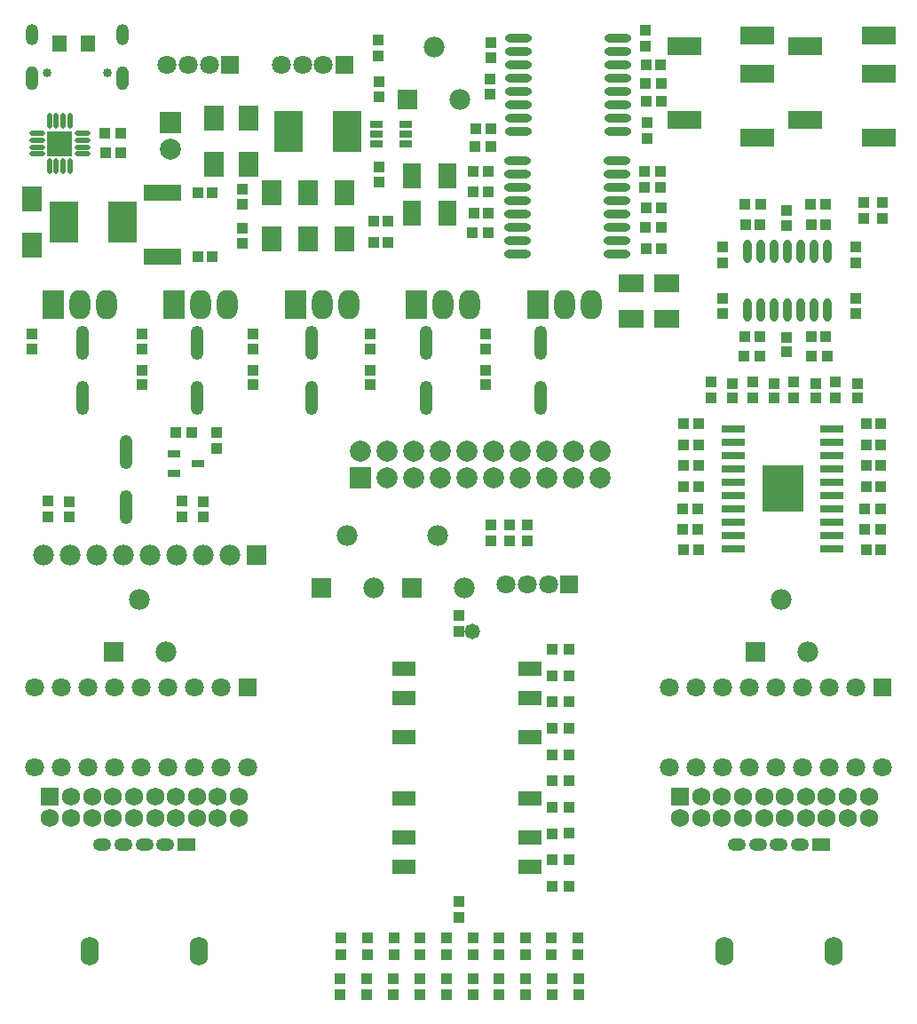
<source format=gts>
G04*
G04 #@! TF.GenerationSoftware,Altium Limited,Altium Designer,20.2.5 (213)*
G04*
G04 Layer_Color=8388736*
%FSLAX24Y24*%
%MOIN*%
G70*
G04*
G04 #@! TF.SameCoordinates,94A92F66-6131-4E5E-9460-D235825817E1*
G04*
G04*
G04 #@! TF.FilePolarity,Negative*
G04*
G01*
G75*
%ADD43R,0.0420X0.0398*%
%ADD44R,0.1064X0.1576*%
%ADD45R,0.0749X0.0940*%
%ADD46R,0.0395X0.0434*%
%ADD47R,0.0398X0.0420*%
%ADD48R,0.0867X0.0316*%
%ADD49R,0.1580X0.1781*%
%ADD50O,0.0306X0.0882*%
%ADD51R,0.0954X0.0660*%
%ADD52O,0.0480X0.1280*%
%ADD53R,0.0434X0.0395*%
%ADD54R,0.0395X0.0395*%
%ADD55R,0.0501X0.0289*%
%ADD56O,0.0218X0.0580*%
%ADD57O,0.0580X0.0218*%
%ADD58R,0.0946X0.0946*%
%ADD59R,0.0552X0.0631*%
%ADD60R,0.1441X0.0585*%
%ADD61R,0.0474X0.0297*%
%ADD62R,0.0880X0.0580*%
%ADD63R,0.0395X0.0395*%
%ADD64R,0.1280X0.0680*%
%ADD65R,0.0660X0.0954*%
%ADD66O,0.1025X0.0306*%
%ADD67C,0.0780*%
%ADD68R,0.0780X0.0780*%
%ADD69R,0.0789X0.1104*%
%ADD70O,0.0789X0.1104*%
%ADD71O,0.0474X0.0789*%
%ADD72O,0.0474X0.0907*%
%ADD73C,0.0336*%
%ADD74R,0.0680X0.0680*%
%ADD75C,0.0680*%
%ADD76O,0.0680X0.0480*%
%ADD77R,0.0680X0.0480*%
%ADD78O,0.0680X0.1080*%
%ADD79C,0.0710*%
%ADD80R,0.0710X0.0710*%
%ADD81R,0.0710X0.0710*%
%ADD82R,0.0789X0.0789*%
%ADD83C,0.0789*%
%ADD84R,0.0789X0.0789*%
%ADD85C,0.0580*%
D43*
X38200Y15803D02*
D03*
Y16397D02*
D03*
Y26553D02*
D03*
Y27147D02*
D03*
X40075Y29953D02*
D03*
Y30547D02*
D03*
X39400Y29953D02*
D03*
Y30547D02*
D03*
X42690Y12923D02*
D03*
Y13517D02*
D03*
X39703Y12923D02*
D03*
Y13517D02*
D03*
X38708Y12923D02*
D03*
Y13517D02*
D03*
X41694Y12923D02*
D03*
Y13517D02*
D03*
X40699Y12923D02*
D03*
Y13517D02*
D03*
X34726Y12923D02*
D03*
Y13517D02*
D03*
X33730Y12923D02*
D03*
Y13517D02*
D03*
X35721Y12923D02*
D03*
Y13517D02*
D03*
X37712Y12923D02*
D03*
Y13517D02*
D03*
X36717Y12923D02*
D03*
Y13517D02*
D03*
X29100Y34011D02*
D03*
Y33418D02*
D03*
X27800Y30857D02*
D03*
Y31450D02*
D03*
X22750Y30857D02*
D03*
Y31450D02*
D03*
X40750Y29953D02*
D03*
Y30547D02*
D03*
X35158Y48153D02*
D03*
Y48747D02*
D03*
X48072Y40371D02*
D03*
Y40964D02*
D03*
Y38459D02*
D03*
Y39052D02*
D03*
X53072Y40964D02*
D03*
Y40371D02*
D03*
Y39052D02*
D03*
Y38459D02*
D03*
X45150Y43203D02*
D03*
Y43797D02*
D03*
X45750Y43203D02*
D03*
Y43797D02*
D03*
X54100Y42647D02*
D03*
Y42053D02*
D03*
X53400D02*
D03*
Y42647D02*
D03*
X52330Y35307D02*
D03*
Y35900D02*
D03*
X50770Y35307D02*
D03*
Y35900D02*
D03*
X47650Y35307D02*
D03*
Y35900D02*
D03*
X49210Y35307D02*
D03*
Y35900D02*
D03*
X45250Y45053D02*
D03*
Y45647D02*
D03*
X45200Y48500D02*
D03*
Y49093D02*
D03*
D44*
X25552Y41900D02*
D03*
X23348D02*
D03*
X31798Y45300D02*
D03*
X34002D02*
D03*
D45*
X29000Y44084D02*
D03*
Y45816D02*
D03*
X30300Y44084D02*
D03*
Y45816D02*
D03*
X22150Y41034D02*
D03*
Y42766D02*
D03*
X31150Y43016D02*
D03*
Y41284D02*
D03*
X33900D02*
D03*
Y43016D02*
D03*
X32521D02*
D03*
Y41284D02*
D03*
D46*
X54032Y29620D02*
D03*
X53481D02*
D03*
X53474Y31980D02*
D03*
X54026D02*
D03*
X53474Y32766D02*
D03*
X54026D02*
D03*
X53474Y33551D02*
D03*
X54026D02*
D03*
X53474Y34337D02*
D03*
X54026D02*
D03*
X24924Y44500D02*
D03*
X25476D02*
D03*
X28374Y40600D02*
D03*
X28926D02*
D03*
X28374Y43000D02*
D03*
X28926D02*
D03*
X34974Y41950D02*
D03*
X35526D02*
D03*
X34974Y41150D02*
D03*
X35526D02*
D03*
X48941Y41818D02*
D03*
X49492D02*
D03*
X49486Y37612D02*
D03*
X48935D02*
D03*
X51957Y41820D02*
D03*
X51406D02*
D03*
X51412Y37609D02*
D03*
X51963D02*
D03*
X39300Y42250D02*
D03*
X38749D02*
D03*
X45224Y40900D02*
D03*
X45776D02*
D03*
X46624Y32763D02*
D03*
X47176D02*
D03*
X46624Y31978D02*
D03*
X47176D02*
D03*
X46624Y33549D02*
D03*
X47176D02*
D03*
X46624Y34335D02*
D03*
X47176D02*
D03*
X39276Y43050D02*
D03*
X38724D02*
D03*
X45776Y42450D02*
D03*
X45224D02*
D03*
X38724Y43800D02*
D03*
X39276D02*
D03*
X46624Y29620D02*
D03*
X47176D02*
D03*
X39376Y45400D02*
D03*
X38824D02*
D03*
X45224Y46450D02*
D03*
X45776D02*
D03*
X45769Y47800D02*
D03*
X45218D02*
D03*
D47*
X54025Y31152D02*
D03*
X53432D02*
D03*
X54025Y30367D02*
D03*
X53432D02*
D03*
X48926Y42562D02*
D03*
X49519D02*
D03*
X51969D02*
D03*
X51376D02*
D03*
X27557Y34000D02*
D03*
X28150D02*
D03*
X25497Y45250D02*
D03*
X24903D02*
D03*
X48892Y36862D02*
D03*
X49485D02*
D03*
X52006D02*
D03*
X51413D02*
D03*
X45797Y41700D02*
D03*
X45203D02*
D03*
X39297Y41500D02*
D03*
X38703D02*
D03*
X47169Y31152D02*
D03*
X46575D02*
D03*
X47169Y30367D02*
D03*
X46575D02*
D03*
X39397Y44750D02*
D03*
X38803D02*
D03*
X45797Y47100D02*
D03*
X45203D02*
D03*
D48*
X48500Y34150D02*
D03*
Y33650D02*
D03*
Y33150D02*
D03*
Y32650D02*
D03*
Y32150D02*
D03*
Y31650D02*
D03*
Y31150D02*
D03*
Y30650D02*
D03*
Y30150D02*
D03*
Y29650D02*
D03*
X52200Y29650D02*
D03*
Y30150D02*
D03*
Y30650D02*
D03*
Y31150D02*
D03*
Y31650D02*
D03*
Y32150D02*
D03*
Y32650D02*
D03*
Y33150D02*
D03*
Y33650D02*
D03*
Y34150D02*
D03*
D49*
X50350Y31900D02*
D03*
D50*
X49022Y38621D02*
D03*
X49522D02*
D03*
X50022D02*
D03*
X50522D02*
D03*
X51022D02*
D03*
X51522D02*
D03*
X52022D02*
D03*
X49022Y40802D02*
D03*
X49522D02*
D03*
X50022D02*
D03*
X50522D02*
D03*
X51022D02*
D03*
X51522D02*
D03*
X52022D02*
D03*
D51*
X44650Y38280D02*
D03*
Y39620D02*
D03*
X46000D02*
D03*
Y38280D02*
D03*
D52*
X28350Y35320D02*
D03*
Y37380D02*
D03*
X25700Y33280D02*
D03*
Y31220D02*
D03*
X24050Y37380D02*
D03*
Y35320D02*
D03*
X36950Y37380D02*
D03*
Y35320D02*
D03*
X32650D02*
D03*
Y37380D02*
D03*
X41250Y35320D02*
D03*
Y37380D02*
D03*
D53*
X26300Y37698D02*
D03*
Y37147D02*
D03*
X26298Y35802D02*
D03*
Y36353D02*
D03*
X28600Y31401D02*
D03*
Y30850D02*
D03*
X22150Y37692D02*
D03*
Y37141D02*
D03*
X23550Y31401D02*
D03*
Y30850D02*
D03*
X34848Y36353D02*
D03*
Y35802D02*
D03*
X34850Y37147D02*
D03*
Y37698D02*
D03*
X35200Y46624D02*
D03*
Y47176D02*
D03*
X35198Y43976D02*
D03*
Y43424D02*
D03*
X30050Y41676D02*
D03*
Y41124D02*
D03*
X30052Y42574D02*
D03*
Y43126D02*
D03*
X30450Y37147D02*
D03*
Y37698D02*
D03*
X30448Y36353D02*
D03*
Y35802D02*
D03*
X39198Y36353D02*
D03*
Y35802D02*
D03*
X39200Y37147D02*
D03*
Y37698D02*
D03*
X50472Y42337D02*
D03*
Y41786D02*
D03*
Y37036D02*
D03*
Y37587D02*
D03*
X39350Y47276D02*
D03*
Y46724D02*
D03*
X48470Y35851D02*
D03*
Y35300D02*
D03*
X53150Y35851D02*
D03*
Y35300D02*
D03*
X50030Y35851D02*
D03*
Y35300D02*
D03*
X51590Y35851D02*
D03*
Y35300D02*
D03*
X39400Y48626D02*
D03*
Y48074D02*
D03*
D54*
X41675Y25871D02*
D03*
X42305Y25874D02*
D03*
X41675Y24884D02*
D03*
X42305Y24886D02*
D03*
X41675Y23896D02*
D03*
X42305Y23899D02*
D03*
X41675Y22908D02*
D03*
X42305Y22911D02*
D03*
X41675Y21920D02*
D03*
X42305Y21923D02*
D03*
X41675Y20933D02*
D03*
X42305Y20935D02*
D03*
X41675Y19945D02*
D03*
X42305Y19948D02*
D03*
X41675Y18957D02*
D03*
X42305Y18960D02*
D03*
X41675Y17970D02*
D03*
X42305Y17972D02*
D03*
X41675Y16982D02*
D03*
X42305Y16985D02*
D03*
D55*
X28397Y32850D02*
D03*
X27503Y32476D02*
D03*
Y33224D02*
D03*
D56*
X23066Y44002D02*
D03*
X22810D02*
D03*
X23578D02*
D03*
X23322D02*
D03*
X23066Y45698D02*
D03*
X22810D02*
D03*
X23578D02*
D03*
X23322D02*
D03*
D57*
X22352Y45230D02*
D03*
Y44974D02*
D03*
Y44718D02*
D03*
Y44462D02*
D03*
X24048Y44460D02*
D03*
Y44716D02*
D03*
Y44972D02*
D03*
Y45228D02*
D03*
D58*
X23200Y44850D02*
D03*
D59*
X23201Y48600D02*
D03*
X24264D02*
D03*
D60*
X27050Y40593D02*
D03*
Y43007D02*
D03*
D61*
X35099Y45574D02*
D03*
Y45200D02*
D03*
Y44826D02*
D03*
X36201D02*
D03*
Y45200D02*
D03*
Y45574D02*
D03*
D62*
X40870Y24030D02*
D03*
Y22570D02*
D03*
Y25130D02*
D03*
X36130Y24030D02*
D03*
Y22570D02*
D03*
Y25130D02*
D03*
Y18820D02*
D03*
Y20280D02*
D03*
Y17720D02*
D03*
X40870Y18820D02*
D03*
Y20280D02*
D03*
Y17720D02*
D03*
D63*
X33769Y14425D02*
D03*
X33766Y15054D02*
D03*
X34756Y14425D02*
D03*
X34754Y15054D02*
D03*
X35744Y14425D02*
D03*
X35741Y15054D02*
D03*
X36732Y14425D02*
D03*
X36729Y15054D02*
D03*
X37720Y14425D02*
D03*
X37717Y15054D02*
D03*
X38707Y14425D02*
D03*
X38705Y15054D02*
D03*
X39695Y14425D02*
D03*
X39692Y15054D02*
D03*
X40683Y14425D02*
D03*
X40680Y15054D02*
D03*
X41670Y14425D02*
D03*
X41668Y15054D02*
D03*
X42658Y14425D02*
D03*
X42655Y15054D02*
D03*
D64*
X46650Y45750D02*
D03*
X49400Y45080D02*
D03*
Y47480D02*
D03*
X46650Y48500D02*
D03*
X49400Y48900D02*
D03*
X51200Y45750D02*
D03*
X53950Y45080D02*
D03*
Y47480D02*
D03*
X51200Y48500D02*
D03*
X53950Y48900D02*
D03*
D65*
X37770Y42250D02*
D03*
X36430D02*
D03*
Y43650D02*
D03*
X37770D02*
D03*
D66*
X40380Y44200D02*
D03*
Y43700D02*
D03*
Y43200D02*
D03*
Y42700D02*
D03*
Y42200D02*
D03*
Y41700D02*
D03*
Y41200D02*
D03*
Y40700D02*
D03*
X44120Y44200D02*
D03*
Y43700D02*
D03*
Y43200D02*
D03*
Y42700D02*
D03*
Y42200D02*
D03*
Y41700D02*
D03*
Y41200D02*
D03*
Y40700D02*
D03*
X40430Y48800D02*
D03*
Y48300D02*
D03*
Y47800D02*
D03*
Y47300D02*
D03*
Y46800D02*
D03*
Y46300D02*
D03*
Y45800D02*
D03*
Y45300D02*
D03*
X44170Y48800D02*
D03*
Y48300D02*
D03*
Y47800D02*
D03*
Y47300D02*
D03*
Y46800D02*
D03*
Y46300D02*
D03*
Y45800D02*
D03*
Y45300D02*
D03*
D67*
X33995Y30135D02*
D03*
X34985Y28165D02*
D03*
X29600Y29400D02*
D03*
X28600D02*
D03*
X27600D02*
D03*
X26600D02*
D03*
X25600D02*
D03*
X24600D02*
D03*
X23600D02*
D03*
X22600D02*
D03*
X38385Y28165D02*
D03*
X37395Y30135D02*
D03*
X50295Y27735D02*
D03*
X51285Y25765D02*
D03*
X26195Y27735D02*
D03*
X27185Y25765D02*
D03*
X37245Y48485D02*
D03*
X38235Y46515D02*
D03*
D68*
X33015Y28165D02*
D03*
X30600Y29400D02*
D03*
X36415Y28165D02*
D03*
X49315Y25765D02*
D03*
X25215D02*
D03*
X36265Y46515D02*
D03*
D69*
X22950Y38798D02*
D03*
X41150D02*
D03*
X36600D02*
D03*
X32050D02*
D03*
X27500D02*
D03*
D70*
X24950Y38802D02*
D03*
X23950Y38798D02*
D03*
X43150Y38802D02*
D03*
X42150Y38798D02*
D03*
X38600Y38802D02*
D03*
X37600Y38798D02*
D03*
X34050Y38802D02*
D03*
X33050Y38798D02*
D03*
X29500Y38802D02*
D03*
X28500Y38798D02*
D03*
D71*
X25551Y48939D02*
D03*
X22149D02*
D03*
D72*
X25551Y47305D02*
D03*
X22149D02*
D03*
D73*
X24992Y47498D02*
D03*
X22708Y47502D02*
D03*
D74*
X46495Y20337D02*
D03*
X22838D02*
D03*
D75*
X47282D02*
D03*
X48069D02*
D03*
X48856D02*
D03*
X49643D02*
D03*
X50430D02*
D03*
X51217D02*
D03*
X52004D02*
D03*
X53578D02*
D03*
X52791D02*
D03*
X46495Y19550D02*
D03*
X47282D02*
D03*
X48069D02*
D03*
X48856D02*
D03*
X49643D02*
D03*
X50430D02*
D03*
X51217D02*
D03*
X52004D02*
D03*
X53578D02*
D03*
X52791D02*
D03*
X29135D02*
D03*
X29922D02*
D03*
X28347D02*
D03*
X27561D02*
D03*
X26774D02*
D03*
X25986D02*
D03*
X25199D02*
D03*
X24413D02*
D03*
X23626D02*
D03*
X22838D02*
D03*
X29135Y20337D02*
D03*
X29922D02*
D03*
X28347D02*
D03*
X27561D02*
D03*
X26774D02*
D03*
X25986D02*
D03*
X25199D02*
D03*
X24413D02*
D03*
X23626D02*
D03*
D76*
X49410Y18530D02*
D03*
X50200D02*
D03*
X50990D02*
D03*
X48620D02*
D03*
X24800D02*
D03*
X27170D02*
D03*
X26380D02*
D03*
X25590D02*
D03*
D77*
X51780D02*
D03*
X27960D02*
D03*
D78*
X52250Y14550D02*
D03*
X48150D02*
D03*
X24330D02*
D03*
X28430D02*
D03*
D79*
X52100Y21450D02*
D03*
X51100D02*
D03*
X50100D02*
D03*
X49100D02*
D03*
X48100D02*
D03*
X47100D02*
D03*
X46100D02*
D03*
Y24450D02*
D03*
X53100Y21450D02*
D03*
X54100D02*
D03*
X47100Y24450D02*
D03*
X48100D02*
D03*
X49100D02*
D03*
X50100D02*
D03*
X51100D02*
D03*
X52100D02*
D03*
X53100D02*
D03*
X39969Y28321D02*
D03*
X40756D02*
D03*
X41544D02*
D03*
X28250Y21450D02*
D03*
X27250D02*
D03*
X26250D02*
D03*
X25250D02*
D03*
X24250D02*
D03*
X23250D02*
D03*
X22250D02*
D03*
Y24450D02*
D03*
X29250Y21450D02*
D03*
X30250D02*
D03*
X23250Y24450D02*
D03*
X24250D02*
D03*
X25250D02*
D03*
X26250D02*
D03*
X27250D02*
D03*
X28250D02*
D03*
X29250D02*
D03*
X27238Y47821D02*
D03*
X28025D02*
D03*
X28813D02*
D03*
X31519D02*
D03*
X32306D02*
D03*
X33094D02*
D03*
D80*
X54100Y24450D02*
D03*
X30250D02*
D03*
D81*
X42331Y28317D02*
D03*
X29600Y47817D02*
D03*
X33881D02*
D03*
D82*
X27350Y45650D02*
D03*
D83*
Y44650D02*
D03*
X34500Y33300D02*
D03*
X35500Y32300D02*
D03*
Y33300D02*
D03*
X36500Y32300D02*
D03*
Y33300D02*
D03*
X37500Y32300D02*
D03*
Y33300D02*
D03*
X38500Y32300D02*
D03*
Y33300D02*
D03*
X39500Y32300D02*
D03*
Y33300D02*
D03*
X40500Y32300D02*
D03*
Y33300D02*
D03*
X41500Y32300D02*
D03*
Y33300D02*
D03*
X42500Y32300D02*
D03*
Y33300D02*
D03*
X43500Y32300D02*
D03*
Y33300D02*
D03*
D84*
X34500Y32300D02*
D03*
D85*
X38697Y26553D02*
D03*
M02*

</source>
